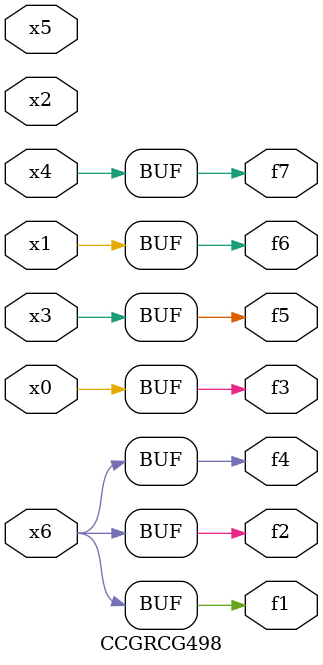
<source format=v>
module CCGRCG498(
	input x0, x1, x2, x3, x4, x5, x6,
	output f1, f2, f3, f4, f5, f6, f7
);
	assign f1 = x6;
	assign f2 = x6;
	assign f3 = x0;
	assign f4 = x6;
	assign f5 = x3;
	assign f6 = x1;
	assign f7 = x4;
endmodule

</source>
